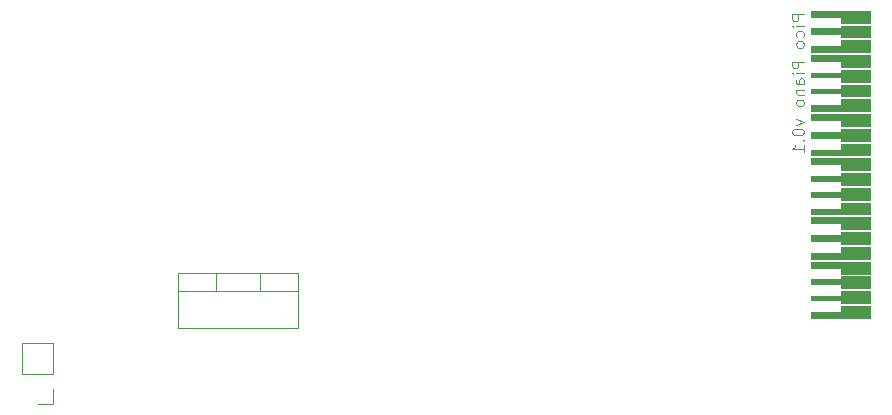
<source format=gbo>
G04 #@! TF.GenerationSoftware,KiCad,Pcbnew,8.0.6*
G04 #@! TF.CreationDate,2024-11-03T10:51:15+01:00*
G04 #@! TF.ProjectId,pico_piano,7069636f-5f70-4696-916e-6f2e6b696361,rev?*
G04 #@! TF.SameCoordinates,Original*
G04 #@! TF.FileFunction,Legend,Bot*
G04 #@! TF.FilePolarity,Positive*
%FSLAX46Y46*%
G04 Gerber Fmt 4.6, Leading zero omitted, Abs format (unit mm)*
G04 Created by KiCad (PCBNEW 8.0.6) date 2024-11-03 10:51:15*
%MOMM*%
%LPD*%
G01*
G04 APERTURE LIST*
%ADD10C,0.100000*%
%ADD11C,0.120000*%
%ADD12C,2.000000*%
%ADD13R,1.700000X1.700000*%
%ADD14O,1.700000X1.700000*%
%ADD15O,1.800000X1.800000*%
%ADD16O,1.500000X1.500000*%
%ADD17R,2.000000X2.000000*%
%ADD18R,1.905000X2.000000*%
%ADD19O,1.905000X2.000000*%
%ADD20C,0.600000*%
G04 APERTURE END LIST*
D10*
X169372419Y-32803884D02*
X168372419Y-32803884D01*
X168372419Y-32803884D02*
X168372419Y-33184836D01*
X168372419Y-33184836D02*
X168420038Y-33280074D01*
X168420038Y-33280074D02*
X168467657Y-33327693D01*
X168467657Y-33327693D02*
X168562895Y-33375312D01*
X168562895Y-33375312D02*
X168705752Y-33375312D01*
X168705752Y-33375312D02*
X168800990Y-33327693D01*
X168800990Y-33327693D02*
X168848609Y-33280074D01*
X168848609Y-33280074D02*
X168896228Y-33184836D01*
X168896228Y-33184836D02*
X168896228Y-32803884D01*
X169372419Y-33803884D02*
X168705752Y-33803884D01*
X168372419Y-33803884D02*
X168420038Y-33756265D01*
X168420038Y-33756265D02*
X168467657Y-33803884D01*
X168467657Y-33803884D02*
X168420038Y-33851503D01*
X168420038Y-33851503D02*
X168372419Y-33803884D01*
X168372419Y-33803884D02*
X168467657Y-33803884D01*
X169324800Y-34708645D02*
X169372419Y-34613407D01*
X169372419Y-34613407D02*
X169372419Y-34422931D01*
X169372419Y-34422931D02*
X169324800Y-34327693D01*
X169324800Y-34327693D02*
X169277180Y-34280074D01*
X169277180Y-34280074D02*
X169181942Y-34232455D01*
X169181942Y-34232455D02*
X168896228Y-34232455D01*
X168896228Y-34232455D02*
X168800990Y-34280074D01*
X168800990Y-34280074D02*
X168753371Y-34327693D01*
X168753371Y-34327693D02*
X168705752Y-34422931D01*
X168705752Y-34422931D02*
X168705752Y-34613407D01*
X168705752Y-34613407D02*
X168753371Y-34708645D01*
X169372419Y-35280074D02*
X169324800Y-35184836D01*
X169324800Y-35184836D02*
X169277180Y-35137217D01*
X169277180Y-35137217D02*
X169181942Y-35089598D01*
X169181942Y-35089598D02*
X168896228Y-35089598D01*
X168896228Y-35089598D02*
X168800990Y-35137217D01*
X168800990Y-35137217D02*
X168753371Y-35184836D01*
X168753371Y-35184836D02*
X168705752Y-35280074D01*
X168705752Y-35280074D02*
X168705752Y-35422931D01*
X168705752Y-35422931D02*
X168753371Y-35518169D01*
X168753371Y-35518169D02*
X168800990Y-35565788D01*
X168800990Y-35565788D02*
X168896228Y-35613407D01*
X168896228Y-35613407D02*
X169181942Y-35613407D01*
X169181942Y-35613407D02*
X169277180Y-35565788D01*
X169277180Y-35565788D02*
X169324800Y-35518169D01*
X169324800Y-35518169D02*
X169372419Y-35422931D01*
X169372419Y-35422931D02*
X169372419Y-35280074D01*
X169372419Y-36803884D02*
X168372419Y-36803884D01*
X168372419Y-36803884D02*
X168372419Y-37184836D01*
X168372419Y-37184836D02*
X168420038Y-37280074D01*
X168420038Y-37280074D02*
X168467657Y-37327693D01*
X168467657Y-37327693D02*
X168562895Y-37375312D01*
X168562895Y-37375312D02*
X168705752Y-37375312D01*
X168705752Y-37375312D02*
X168800990Y-37327693D01*
X168800990Y-37327693D02*
X168848609Y-37280074D01*
X168848609Y-37280074D02*
X168896228Y-37184836D01*
X168896228Y-37184836D02*
X168896228Y-36803884D01*
X169372419Y-37803884D02*
X168705752Y-37803884D01*
X168372419Y-37803884D02*
X168420038Y-37756265D01*
X168420038Y-37756265D02*
X168467657Y-37803884D01*
X168467657Y-37803884D02*
X168420038Y-37851503D01*
X168420038Y-37851503D02*
X168372419Y-37803884D01*
X168372419Y-37803884D02*
X168467657Y-37803884D01*
X169372419Y-38708645D02*
X168848609Y-38708645D01*
X168848609Y-38708645D02*
X168753371Y-38661026D01*
X168753371Y-38661026D02*
X168705752Y-38565788D01*
X168705752Y-38565788D02*
X168705752Y-38375312D01*
X168705752Y-38375312D02*
X168753371Y-38280074D01*
X169324800Y-38708645D02*
X169372419Y-38613407D01*
X169372419Y-38613407D02*
X169372419Y-38375312D01*
X169372419Y-38375312D02*
X169324800Y-38280074D01*
X169324800Y-38280074D02*
X169229561Y-38232455D01*
X169229561Y-38232455D02*
X169134323Y-38232455D01*
X169134323Y-38232455D02*
X169039085Y-38280074D01*
X169039085Y-38280074D02*
X168991466Y-38375312D01*
X168991466Y-38375312D02*
X168991466Y-38613407D01*
X168991466Y-38613407D02*
X168943847Y-38708645D01*
X168705752Y-39184836D02*
X169372419Y-39184836D01*
X168800990Y-39184836D02*
X168753371Y-39232455D01*
X168753371Y-39232455D02*
X168705752Y-39327693D01*
X168705752Y-39327693D02*
X168705752Y-39470550D01*
X168705752Y-39470550D02*
X168753371Y-39565788D01*
X168753371Y-39565788D02*
X168848609Y-39613407D01*
X168848609Y-39613407D02*
X169372419Y-39613407D01*
X169372419Y-40232455D02*
X169324800Y-40137217D01*
X169324800Y-40137217D02*
X169277180Y-40089598D01*
X169277180Y-40089598D02*
X169181942Y-40041979D01*
X169181942Y-40041979D02*
X168896228Y-40041979D01*
X168896228Y-40041979D02*
X168800990Y-40089598D01*
X168800990Y-40089598D02*
X168753371Y-40137217D01*
X168753371Y-40137217D02*
X168705752Y-40232455D01*
X168705752Y-40232455D02*
X168705752Y-40375312D01*
X168705752Y-40375312D02*
X168753371Y-40470550D01*
X168753371Y-40470550D02*
X168800990Y-40518169D01*
X168800990Y-40518169D02*
X168896228Y-40565788D01*
X168896228Y-40565788D02*
X169181942Y-40565788D01*
X169181942Y-40565788D02*
X169277180Y-40518169D01*
X169277180Y-40518169D02*
X169324800Y-40470550D01*
X169324800Y-40470550D02*
X169372419Y-40375312D01*
X169372419Y-40375312D02*
X169372419Y-40232455D01*
X168705752Y-41661027D02*
X169372419Y-41899122D01*
X169372419Y-41899122D02*
X168705752Y-42137217D01*
X168372419Y-42708646D02*
X168372419Y-42803884D01*
X168372419Y-42803884D02*
X168420038Y-42899122D01*
X168420038Y-42899122D02*
X168467657Y-42946741D01*
X168467657Y-42946741D02*
X168562895Y-42994360D01*
X168562895Y-42994360D02*
X168753371Y-43041979D01*
X168753371Y-43041979D02*
X168991466Y-43041979D01*
X168991466Y-43041979D02*
X169181942Y-42994360D01*
X169181942Y-42994360D02*
X169277180Y-42946741D01*
X169277180Y-42946741D02*
X169324800Y-42899122D01*
X169324800Y-42899122D02*
X169372419Y-42803884D01*
X169372419Y-42803884D02*
X169372419Y-42708646D01*
X169372419Y-42708646D02*
X169324800Y-42613408D01*
X169324800Y-42613408D02*
X169277180Y-42565789D01*
X169277180Y-42565789D02*
X169181942Y-42518170D01*
X169181942Y-42518170D02*
X168991466Y-42470551D01*
X168991466Y-42470551D02*
X168753371Y-42470551D01*
X168753371Y-42470551D02*
X168562895Y-42518170D01*
X168562895Y-42518170D02*
X168467657Y-42565789D01*
X168467657Y-42565789D02*
X168420038Y-42613408D01*
X168420038Y-42613408D02*
X168372419Y-42708646D01*
X169277180Y-43470551D02*
X169324800Y-43518170D01*
X169324800Y-43518170D02*
X169372419Y-43470551D01*
X169372419Y-43470551D02*
X169324800Y-43422932D01*
X169324800Y-43422932D02*
X169277180Y-43470551D01*
X169277180Y-43470551D02*
X169372419Y-43470551D01*
X169372419Y-44470550D02*
X169372419Y-43899122D01*
X169372419Y-44184836D02*
X168372419Y-44184836D01*
X168372419Y-44184836D02*
X168515276Y-44089598D01*
X168515276Y-44089598D02*
X168610514Y-43994360D01*
X168610514Y-43994360D02*
X168658133Y-43899122D01*
X175000000Y-51000000D02*
X172500000Y-51000000D01*
X172500000Y-50500000D01*
X170000000Y-50500000D01*
X170000000Y-50000000D01*
X175000000Y-50000000D01*
X175000000Y-51000000D01*
G36*
X175000000Y-51000000D02*
G01*
X172500000Y-51000000D01*
X172500000Y-50500000D01*
X170000000Y-50500000D01*
X170000000Y-50000000D01*
X175000000Y-50000000D01*
X175000000Y-51000000D01*
G37*
X175000000Y-53500000D02*
X170000000Y-53500000D01*
X170000000Y-53000000D01*
X172500000Y-53000000D01*
X172500000Y-52500000D01*
X175000000Y-52500000D01*
X175000000Y-53500000D01*
G36*
X175000000Y-53500000D02*
G01*
X170000000Y-53500000D01*
X170000000Y-53000000D01*
X172500000Y-53000000D01*
X172500000Y-52500000D01*
X175000000Y-52500000D01*
X175000000Y-53500000D01*
G37*
X175000000Y-57250000D02*
X172500000Y-57250000D01*
X172500000Y-57000000D01*
X170000000Y-57000000D01*
X170000000Y-56625000D01*
X172500000Y-56625000D01*
X172500000Y-56250000D01*
X175000000Y-56250000D01*
X175000000Y-57250000D01*
G36*
X175000000Y-57250000D02*
G01*
X172500000Y-57250000D01*
X172500000Y-57000000D01*
X170000000Y-57000000D01*
X170000000Y-56625000D01*
X172500000Y-56625000D01*
X172500000Y-56250000D01*
X175000000Y-56250000D01*
X175000000Y-57250000D01*
G37*
X175000000Y-54750000D02*
X172500000Y-54750000D01*
X172500000Y-54250000D01*
X170000000Y-54250000D01*
X170000000Y-53750000D01*
X175000000Y-53750000D01*
X175000000Y-54750000D01*
G36*
X175000000Y-54750000D02*
G01*
X172500000Y-54750000D01*
X172500000Y-54250000D01*
X170000000Y-54250000D01*
X170000000Y-53750000D01*
X175000000Y-53750000D01*
X175000000Y-54750000D01*
G37*
X175000000Y-58500000D02*
X170000000Y-58500000D01*
X170000000Y-58000000D01*
X172500000Y-58000000D01*
X172500000Y-57500000D01*
X175000000Y-57500000D01*
X175000000Y-58500000D01*
G36*
X175000000Y-58500000D02*
G01*
X170000000Y-58500000D01*
X170000000Y-58000000D01*
X172500000Y-58000000D01*
X172500000Y-57500000D01*
X175000000Y-57500000D01*
X175000000Y-58500000D01*
G37*
X175000000Y-56000000D02*
X172500000Y-56000000D01*
X172500000Y-55625000D01*
X170000000Y-55625000D01*
X170000000Y-55250000D01*
X172500000Y-55250000D01*
X172500000Y-55000000D01*
X175000000Y-55000000D01*
X175000000Y-56000000D01*
G36*
X175000000Y-56000000D02*
G01*
X172500000Y-56000000D01*
X172500000Y-55625000D01*
X170000000Y-55625000D01*
X170000000Y-55250000D01*
X172500000Y-55250000D01*
X172500000Y-55000000D01*
X175000000Y-55000000D01*
X175000000Y-56000000D01*
G37*
X175000000Y-52250000D02*
X172500000Y-52250000D01*
X172500000Y-52000000D01*
X170000000Y-52000000D01*
X170000000Y-51500000D01*
X172500000Y-51500000D01*
X172500000Y-51250000D01*
X175000000Y-51250000D01*
X175000000Y-52250000D01*
G36*
X175000000Y-52250000D02*
G01*
X172500000Y-52250000D01*
X172500000Y-52000000D01*
X170000000Y-52000000D01*
X170000000Y-51500000D01*
X172500000Y-51500000D01*
X172500000Y-51250000D01*
X175000000Y-51250000D01*
X175000000Y-52250000D01*
G37*
X175000000Y-42250000D02*
X172500000Y-42250000D01*
X172500000Y-41750000D01*
X170000000Y-41750000D01*
X170000000Y-41250000D01*
X175000000Y-41250000D01*
X175000000Y-42250000D01*
G36*
X175000000Y-42250000D02*
G01*
X172500000Y-42250000D01*
X172500000Y-41750000D01*
X170000000Y-41750000D01*
X170000000Y-41250000D01*
X175000000Y-41250000D01*
X175000000Y-42250000D01*
G37*
X175000000Y-44750000D02*
X170000000Y-44750000D01*
X170000000Y-44250000D01*
X172500000Y-44250000D01*
X172500000Y-43750000D01*
X175000000Y-43750000D01*
X175000000Y-44750000D01*
G36*
X175000000Y-44750000D02*
G01*
X170000000Y-44750000D01*
X170000000Y-44250000D01*
X172500000Y-44250000D01*
X172500000Y-43750000D01*
X175000000Y-43750000D01*
X175000000Y-44750000D01*
G37*
X175000000Y-48500000D02*
X172500000Y-48500000D01*
X172500000Y-48250000D01*
X170000000Y-48250000D01*
X170000000Y-47875000D01*
X172500000Y-47875000D01*
X172500000Y-47500000D01*
X175000000Y-47500000D01*
X175000000Y-48500000D01*
G36*
X175000000Y-48500000D02*
G01*
X172500000Y-48500000D01*
X172500000Y-48250000D01*
X170000000Y-48250000D01*
X170000000Y-47875000D01*
X172500000Y-47875000D01*
X172500000Y-47500000D01*
X175000000Y-47500000D01*
X175000000Y-48500000D01*
G37*
X175000000Y-46000000D02*
X172500000Y-46000000D01*
X172500000Y-45500000D01*
X170000000Y-45500000D01*
X170000000Y-45000000D01*
X175000000Y-45000000D01*
X175000000Y-46000000D01*
G36*
X175000000Y-46000000D02*
G01*
X172500000Y-46000000D01*
X172500000Y-45500000D01*
X170000000Y-45500000D01*
X170000000Y-45000000D01*
X175000000Y-45000000D01*
X175000000Y-46000000D01*
G37*
X175000000Y-49750000D02*
X170000000Y-49750000D01*
X170000000Y-49250000D01*
X172500000Y-49250000D01*
X172500000Y-48750000D01*
X175000000Y-48750000D01*
X175000000Y-49750000D01*
G36*
X175000000Y-49750000D02*
G01*
X170000000Y-49750000D01*
X170000000Y-49250000D01*
X172500000Y-49250000D01*
X172500000Y-48750000D01*
X175000000Y-48750000D01*
X175000000Y-49750000D01*
G37*
X175000000Y-47250000D02*
X172500000Y-47250000D01*
X172500000Y-46875000D01*
X170000000Y-46875000D01*
X170000000Y-46500000D01*
X172500000Y-46500000D01*
X172500000Y-46250000D01*
X175000000Y-46250000D01*
X175000000Y-47250000D01*
G36*
X175000000Y-47250000D02*
G01*
X172500000Y-47250000D01*
X172500000Y-46875000D01*
X170000000Y-46875000D01*
X170000000Y-46500000D01*
X172500000Y-46500000D01*
X172500000Y-46250000D01*
X175000000Y-46250000D01*
X175000000Y-47250000D01*
G37*
X175000000Y-43500000D02*
X172500000Y-43500000D01*
X172500000Y-43250000D01*
X170000000Y-43250000D01*
X170000000Y-42750000D01*
X172500000Y-42750000D01*
X172500000Y-42500000D01*
X175000000Y-42500000D01*
X175000000Y-43500000D01*
G36*
X175000000Y-43500000D02*
G01*
X172500000Y-43500000D01*
X172500000Y-43250000D01*
X170000000Y-43250000D01*
X170000000Y-42750000D01*
X172500000Y-42750000D01*
X172500000Y-42500000D01*
X175000000Y-42500000D01*
X175000000Y-43500000D01*
G37*
X175000000Y-33500000D02*
X172500000Y-33500000D01*
X172500000Y-33000000D01*
X170000000Y-33000000D01*
X170000000Y-32500000D01*
X175000000Y-32500000D01*
X175000000Y-33500000D01*
G36*
X175000000Y-33500000D02*
G01*
X172500000Y-33500000D01*
X172500000Y-33000000D01*
X170000000Y-33000000D01*
X170000000Y-32500000D01*
X175000000Y-32500000D01*
X175000000Y-33500000D01*
G37*
X175000000Y-36000000D02*
X170000000Y-36000000D01*
X170000000Y-35500000D01*
X172500000Y-35500000D01*
X172500000Y-35000000D01*
X175000000Y-35000000D01*
X175000000Y-36000000D01*
G36*
X175000000Y-36000000D02*
G01*
X170000000Y-36000000D01*
X170000000Y-35500000D01*
X172500000Y-35500000D01*
X172500000Y-35000000D01*
X175000000Y-35000000D01*
X175000000Y-36000000D01*
G37*
X175000000Y-39750000D02*
X172500000Y-39750000D01*
X172500000Y-39500000D01*
X170000000Y-39500000D01*
X170000000Y-39125000D01*
X172500000Y-39125000D01*
X172500000Y-38750000D01*
X175000000Y-38750000D01*
X175000000Y-39750000D01*
G36*
X175000000Y-39750000D02*
G01*
X172500000Y-39750000D01*
X172500000Y-39500000D01*
X170000000Y-39500000D01*
X170000000Y-39125000D01*
X172500000Y-39125000D01*
X172500000Y-38750000D01*
X175000000Y-38750000D01*
X175000000Y-39750000D01*
G37*
X175000000Y-37250000D02*
X172500000Y-37250000D01*
X172500000Y-36750000D01*
X170000000Y-36750000D01*
X170000000Y-36250000D01*
X175000000Y-36250000D01*
X175000000Y-37250000D01*
G36*
X175000000Y-37250000D02*
G01*
X172500000Y-37250000D01*
X172500000Y-36750000D01*
X170000000Y-36750000D01*
X170000000Y-36250000D01*
X175000000Y-36250000D01*
X175000000Y-37250000D01*
G37*
X175000000Y-41000000D02*
X170000000Y-41000000D01*
X170000000Y-40500000D01*
X172500000Y-40500000D01*
X172500000Y-40000000D01*
X175000000Y-40000000D01*
X175000000Y-41000000D01*
G36*
X175000000Y-41000000D02*
G01*
X170000000Y-41000000D01*
X170000000Y-40500000D01*
X172500000Y-40500000D01*
X172500000Y-40000000D01*
X175000000Y-40000000D01*
X175000000Y-41000000D01*
G37*
X175000000Y-38500000D02*
X172500000Y-38500000D01*
X172500000Y-38125000D01*
X170000000Y-38125000D01*
X170000000Y-37750000D01*
X172500000Y-37750000D01*
X172500000Y-37500000D01*
X175000000Y-37500000D01*
X175000000Y-38500000D01*
G36*
X175000000Y-38500000D02*
G01*
X172500000Y-38500000D01*
X172500000Y-38125000D01*
X170000000Y-38125000D01*
X170000000Y-37750000D01*
X172500000Y-37750000D01*
X172500000Y-37500000D01*
X175000000Y-37500000D01*
X175000000Y-38500000D01*
G37*
X175000000Y-34750000D02*
X172500000Y-34750000D01*
X172500000Y-34500000D01*
X170000000Y-34500000D01*
X170000000Y-34000000D01*
X172500000Y-34000000D01*
X172500000Y-33750000D01*
X175000000Y-33750000D01*
X175000000Y-34750000D01*
G36*
X175000000Y-34750000D02*
G01*
X172500000Y-34750000D01*
X172500000Y-34500000D01*
X170000000Y-34500000D01*
X170000000Y-34000000D01*
X172500000Y-34000000D01*
X172500000Y-33750000D01*
X175000000Y-33750000D01*
X175000000Y-34750000D01*
G37*
D11*
X116340000Y-54730000D02*
X126580000Y-54730000D01*
X116340000Y-56240000D02*
X126580000Y-56240000D01*
X116340000Y-59371000D02*
X116340000Y-54730000D01*
X116340000Y-59371000D02*
X126580000Y-59371000D01*
X119609000Y-56240000D02*
X119609000Y-54730000D01*
X123310000Y-56240000D02*
X123310000Y-54730000D01*
X126580000Y-59371000D02*
X126580000Y-54730000D01*
X103170000Y-60630000D02*
X103170000Y-63230000D01*
X105830000Y-60630000D02*
X103170000Y-60630000D01*
X105830000Y-60630000D02*
X105830000Y-63230000D01*
X105830000Y-63230000D02*
X103170000Y-63230000D01*
X105830000Y-64500000D02*
X105830000Y-65830000D01*
X105830000Y-65830000D02*
X104500000Y-65830000D01*
%LPC*%
D12*
X167250000Y-65750000D03*
X173750000Y-65750000D03*
X167250000Y-70250000D03*
X173750000Y-70250000D03*
X142000000Y-77750000D03*
X142000000Y-71250000D03*
X146500000Y-77750000D03*
X146500000Y-71250000D03*
X130250000Y-68250000D03*
X130250000Y-61750000D03*
X134750000Y-68250000D03*
X134750000Y-61750000D03*
X138250000Y-68250000D03*
X138250000Y-61750000D03*
X142750000Y-68250000D03*
X142750000Y-61750000D03*
D13*
X154500000Y-62500000D03*
D14*
X154500000Y-65040000D03*
X154500000Y-67580000D03*
D12*
X104500000Y-77750000D03*
X104500000Y-71250000D03*
X109000000Y-77750000D03*
X109000000Y-71250000D03*
X149500000Y-77750000D03*
X149500000Y-71250000D03*
X154000000Y-77750000D03*
X154000000Y-71250000D03*
X134500000Y-77750000D03*
X134500000Y-71250000D03*
X139000000Y-77750000D03*
X139000000Y-71250000D03*
X164250000Y-70250000D03*
X157750000Y-70250000D03*
X164250000Y-65750000D03*
X157750000Y-65750000D03*
X146250000Y-68250000D03*
X146250000Y-61750000D03*
X150750000Y-68250000D03*
X150750000Y-61750000D03*
X112250000Y-61750000D03*
X112250000Y-68250000D03*
X107750000Y-61750000D03*
X107750000Y-68250000D03*
D13*
X104960000Y-58000000D03*
D14*
X107500000Y-58000000D03*
X110040000Y-58000000D03*
D12*
X119500000Y-77750000D03*
X119500000Y-71250000D03*
X124000000Y-77750000D03*
X124000000Y-71250000D03*
X127000000Y-77750000D03*
X127000000Y-71250000D03*
X131500000Y-77750000D03*
X131500000Y-71250000D03*
X112000000Y-77750000D03*
X112000000Y-71250000D03*
X116500000Y-77750000D03*
X116500000Y-71250000D03*
D15*
X104630000Y-46615000D03*
D16*
X107660000Y-46315000D03*
X107660000Y-41465000D03*
D15*
X104630000Y-41165000D03*
D14*
X104500000Y-52780000D03*
X107040000Y-52780000D03*
D13*
X109580000Y-52780000D03*
D14*
X112120000Y-52780000D03*
X114660000Y-52780000D03*
X117200000Y-52780000D03*
X119740000Y-52780000D03*
D13*
X122280000Y-52780000D03*
D14*
X124820000Y-52780000D03*
X127360000Y-52780000D03*
X129900000Y-52780000D03*
X132440000Y-52780000D03*
D13*
X134980000Y-52780000D03*
D14*
X137520000Y-52780000D03*
X140060000Y-52780000D03*
X142600000Y-52780000D03*
X145140000Y-52780000D03*
D13*
X147680000Y-52780000D03*
D14*
X150220000Y-52780000D03*
X152760000Y-52780000D03*
X152760000Y-35000000D03*
X150220000Y-35000000D03*
D13*
X147680000Y-35000000D03*
D14*
X145140000Y-35000000D03*
X142600000Y-35000000D03*
X140060000Y-35000000D03*
X137520000Y-35000000D03*
D13*
X134980000Y-35000000D03*
D14*
X132440000Y-35000000D03*
X129900000Y-35000000D03*
X127360000Y-35000000D03*
X124820000Y-35000000D03*
D13*
X122280000Y-35000000D03*
D14*
X119740000Y-35000000D03*
X117200000Y-35000000D03*
X114660000Y-35000000D03*
X112120000Y-35000000D03*
D13*
X109580000Y-35000000D03*
D14*
X107040000Y-35000000D03*
X104500000Y-35000000D03*
X152530000Y-46430000D03*
D13*
X152530000Y-43890000D03*
D14*
X152530000Y-41350000D03*
D12*
X116500000Y-68250000D03*
X116500000Y-61750000D03*
X121000000Y-68250000D03*
X121000000Y-61750000D03*
X157750000Y-73250000D03*
X164250000Y-73250000D03*
X157750000Y-77750000D03*
X164250000Y-77750000D03*
X160015000Y-62000000D03*
X162555000Y-62000000D03*
X165095000Y-62000000D03*
X167635000Y-62000000D03*
D17*
X170175000Y-62000000D03*
D12*
X172715000Y-62000000D03*
D18*
X124000000Y-58000000D03*
D19*
X121460000Y-58000000D03*
X118920000Y-58000000D03*
D13*
X104500000Y-64500000D03*
D14*
X104500000Y-61960000D03*
D12*
X167250000Y-73250000D03*
X173750000Y-73250000D03*
X167250000Y-77750000D03*
X173750000Y-77750000D03*
D20*
X166500000Y-57500000D03*
X158000000Y-41500000D03*
X158000000Y-44000000D03*
X157500000Y-47500000D03*
X161500000Y-56500000D03*
X162500000Y-57000000D03*
X163500000Y-56000000D03*
X139000000Y-56500000D03*
X128000000Y-49000000D03*
X131000000Y-49000000D03*
X132000000Y-50000000D03*
X133000000Y-51000000D03*
%LPD*%
M02*

</source>
